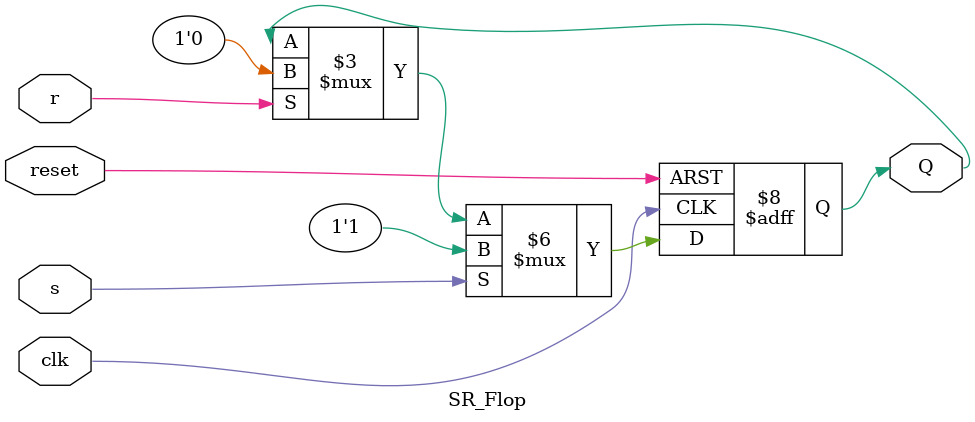
<source format=v>
`timescale 1ns / 1ps
module SR_Flop(clk, reset, r, s, Q);

	input  reset, r, s, clk;
	output Q;
	reg    Q;
	
	always @(posedge clk, posedge reset)
		if(reset)
			Q <= 1'b0;
      else if(s)       
         Q <= 1'b1;
      else if(r)       
         Q <= 1'b0;
      else
         Q <= Q;


endmodule

</source>
